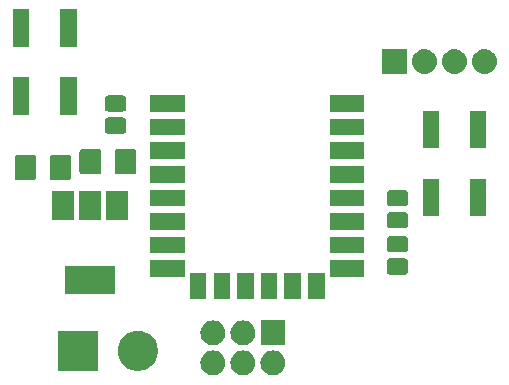
<source format=gts>
G04 #@! TF.GenerationSoftware,KiCad,Pcbnew,5.0.2-bee76a0~70~ubuntu18.04.1*
G04 #@! TF.CreationDate,2019-03-06T08:29:53+01:00*
G04 #@! TF.ProjectId,8FilPilotes,3846696c-5069-46c6-9f74-65732e6b6963,rev?*
G04 #@! TF.SameCoordinates,Original*
G04 #@! TF.FileFunction,Soldermask,Top*
G04 #@! TF.FilePolarity,Negative*
%FSLAX46Y46*%
G04 Gerber Fmt 4.6, Leading zero omitted, Abs format (unit mm)*
G04 Created by KiCad (PCBNEW 5.0.2-bee76a0~70~ubuntu18.04.1) date mer. 06 mars 2019 08:29:53 CET*
%MOMM*%
%LPD*%
G01*
G04 APERTURE LIST*
%ADD10C,0.100000*%
G04 APERTURE END LIST*
D10*
G36*
X163958707Y-107923596D02*
X164035836Y-107931193D01*
X164167787Y-107971220D01*
X164233763Y-107991233D01*
X164416172Y-108088733D01*
X164576054Y-108219946D01*
X164707267Y-108379828D01*
X164804767Y-108562237D01*
X164804767Y-108562238D01*
X164864807Y-108760164D01*
X164885080Y-108966000D01*
X164864807Y-109171836D01*
X164834885Y-109270477D01*
X164804767Y-109369763D01*
X164707267Y-109552172D01*
X164576054Y-109712054D01*
X164416172Y-109843267D01*
X164233763Y-109940767D01*
X164167787Y-109960780D01*
X164035836Y-110000807D01*
X163958707Y-110008404D01*
X163881580Y-110016000D01*
X163778420Y-110016000D01*
X163701293Y-110008404D01*
X163624164Y-110000807D01*
X163492213Y-109960780D01*
X163426237Y-109940767D01*
X163243828Y-109843267D01*
X163083946Y-109712054D01*
X162952733Y-109552172D01*
X162855233Y-109369763D01*
X162825115Y-109270477D01*
X162795193Y-109171836D01*
X162774920Y-108966000D01*
X162795193Y-108760164D01*
X162855233Y-108562238D01*
X162855233Y-108562237D01*
X162952733Y-108379828D01*
X163083946Y-108219946D01*
X163243828Y-108088733D01*
X163426237Y-107991233D01*
X163492213Y-107971220D01*
X163624164Y-107931193D01*
X163701293Y-107923596D01*
X163778420Y-107916000D01*
X163881580Y-107916000D01*
X163958707Y-107923596D01*
X163958707Y-107923596D01*
G37*
G36*
X161418707Y-107923596D02*
X161495836Y-107931193D01*
X161627787Y-107971220D01*
X161693763Y-107991233D01*
X161876172Y-108088733D01*
X162036054Y-108219946D01*
X162167267Y-108379828D01*
X162264767Y-108562237D01*
X162264767Y-108562238D01*
X162324807Y-108760164D01*
X162345080Y-108966000D01*
X162324807Y-109171836D01*
X162294885Y-109270477D01*
X162264767Y-109369763D01*
X162167267Y-109552172D01*
X162036054Y-109712054D01*
X161876172Y-109843267D01*
X161693763Y-109940767D01*
X161627787Y-109960780D01*
X161495836Y-110000807D01*
X161418707Y-110008404D01*
X161341580Y-110016000D01*
X161238420Y-110016000D01*
X161161293Y-110008404D01*
X161084164Y-110000807D01*
X160952213Y-109960780D01*
X160886237Y-109940767D01*
X160703828Y-109843267D01*
X160543946Y-109712054D01*
X160412733Y-109552172D01*
X160315233Y-109369763D01*
X160285115Y-109270477D01*
X160255193Y-109171836D01*
X160234920Y-108966000D01*
X160255193Y-108760164D01*
X160315233Y-108562238D01*
X160315233Y-108562237D01*
X160412733Y-108379828D01*
X160543946Y-108219946D01*
X160703828Y-108088733D01*
X160886237Y-107991233D01*
X160952213Y-107971220D01*
X161084164Y-107931193D01*
X161161293Y-107923596D01*
X161238420Y-107916000D01*
X161341580Y-107916000D01*
X161418707Y-107923596D01*
X161418707Y-107923596D01*
G37*
G36*
X158878707Y-107923596D02*
X158955836Y-107931193D01*
X159087787Y-107971220D01*
X159153763Y-107991233D01*
X159336172Y-108088733D01*
X159496054Y-108219946D01*
X159627267Y-108379828D01*
X159724767Y-108562237D01*
X159724767Y-108562238D01*
X159784807Y-108760164D01*
X159805080Y-108966000D01*
X159784807Y-109171836D01*
X159754885Y-109270477D01*
X159724767Y-109369763D01*
X159627267Y-109552172D01*
X159496054Y-109712054D01*
X159336172Y-109843267D01*
X159153763Y-109940767D01*
X159087787Y-109960780D01*
X158955836Y-110000807D01*
X158878707Y-110008404D01*
X158801580Y-110016000D01*
X158698420Y-110016000D01*
X158621293Y-110008404D01*
X158544164Y-110000807D01*
X158412213Y-109960780D01*
X158346237Y-109940767D01*
X158163828Y-109843267D01*
X158003946Y-109712054D01*
X157872733Y-109552172D01*
X157775233Y-109369763D01*
X157745115Y-109270477D01*
X157715193Y-109171836D01*
X157694920Y-108966000D01*
X157715193Y-108760164D01*
X157775233Y-108562238D01*
X157775233Y-108562237D01*
X157872733Y-108379828D01*
X158003946Y-108219946D01*
X158163828Y-108088733D01*
X158346237Y-107991233D01*
X158412213Y-107971220D01*
X158544164Y-107931193D01*
X158621293Y-107923596D01*
X158698420Y-107916000D01*
X158801580Y-107916000D01*
X158878707Y-107923596D01*
X158878707Y-107923596D01*
G37*
G36*
X152786393Y-106293553D02*
X152895872Y-106315330D01*
X153205252Y-106443479D01*
X153483687Y-106629523D01*
X153720477Y-106866313D01*
X153906521Y-107144748D01*
X154034670Y-107454128D01*
X154056447Y-107563607D01*
X154100000Y-107782563D01*
X154100000Y-108117437D01*
X154056447Y-108336393D01*
X154034670Y-108445872D01*
X153906521Y-108755252D01*
X153720477Y-109033687D01*
X153483687Y-109270477D01*
X153205252Y-109456521D01*
X152895872Y-109584670D01*
X152786393Y-109606447D01*
X152567437Y-109650000D01*
X152232563Y-109650000D01*
X152013607Y-109606447D01*
X151904128Y-109584670D01*
X151594748Y-109456521D01*
X151316313Y-109270477D01*
X151079523Y-109033687D01*
X150893479Y-108755252D01*
X150765330Y-108445872D01*
X150743553Y-108336393D01*
X150700000Y-108117437D01*
X150700000Y-107782563D01*
X150743553Y-107563607D01*
X150765330Y-107454128D01*
X150893479Y-107144748D01*
X151079523Y-106866313D01*
X151316313Y-106629523D01*
X151594748Y-106443479D01*
X151904128Y-106315330D01*
X152013607Y-106293553D01*
X152232563Y-106250000D01*
X152567437Y-106250000D01*
X152786393Y-106293553D01*
X152786393Y-106293553D01*
G37*
G36*
X149020000Y-109650000D02*
X145620000Y-109650000D01*
X145620000Y-106250000D01*
X149020000Y-106250000D01*
X149020000Y-109650000D01*
X149020000Y-109650000D01*
G37*
G36*
X161418707Y-105383596D02*
X161495836Y-105391193D01*
X161627787Y-105431220D01*
X161693763Y-105451233D01*
X161876172Y-105548733D01*
X162036054Y-105679946D01*
X162167267Y-105839828D01*
X162264767Y-106022237D01*
X162264767Y-106022238D01*
X162324807Y-106220164D01*
X162345080Y-106426000D01*
X162324807Y-106631836D01*
X162284780Y-106763787D01*
X162264767Y-106829763D01*
X162167267Y-107012172D01*
X162036054Y-107172054D01*
X161876172Y-107303267D01*
X161693763Y-107400767D01*
X161627787Y-107420780D01*
X161495836Y-107460807D01*
X161418707Y-107468403D01*
X161341580Y-107476000D01*
X161238420Y-107476000D01*
X161161293Y-107468403D01*
X161084164Y-107460807D01*
X160952213Y-107420780D01*
X160886237Y-107400767D01*
X160703828Y-107303267D01*
X160543946Y-107172054D01*
X160412733Y-107012172D01*
X160315233Y-106829763D01*
X160295220Y-106763787D01*
X160255193Y-106631836D01*
X160234920Y-106426000D01*
X160255193Y-106220164D01*
X160315233Y-106022238D01*
X160315233Y-106022237D01*
X160412733Y-105839828D01*
X160543946Y-105679946D01*
X160703828Y-105548733D01*
X160886237Y-105451233D01*
X160952213Y-105431220D01*
X161084164Y-105391193D01*
X161161293Y-105383596D01*
X161238420Y-105376000D01*
X161341580Y-105376000D01*
X161418707Y-105383596D01*
X161418707Y-105383596D01*
G37*
G36*
X164880000Y-107476000D02*
X162780000Y-107476000D01*
X162780000Y-105376000D01*
X164880000Y-105376000D01*
X164880000Y-107476000D01*
X164880000Y-107476000D01*
G37*
G36*
X158878707Y-105383596D02*
X158955836Y-105391193D01*
X159087787Y-105431220D01*
X159153763Y-105451233D01*
X159336172Y-105548733D01*
X159496054Y-105679946D01*
X159627267Y-105839828D01*
X159724767Y-106022237D01*
X159724767Y-106022238D01*
X159784807Y-106220164D01*
X159805080Y-106426000D01*
X159784807Y-106631836D01*
X159744780Y-106763787D01*
X159724767Y-106829763D01*
X159627267Y-107012172D01*
X159496054Y-107172054D01*
X159336172Y-107303267D01*
X159153763Y-107400767D01*
X159087787Y-107420780D01*
X158955836Y-107460807D01*
X158878707Y-107468403D01*
X158801580Y-107476000D01*
X158698420Y-107476000D01*
X158621293Y-107468403D01*
X158544164Y-107460807D01*
X158412213Y-107420780D01*
X158346237Y-107400767D01*
X158163828Y-107303267D01*
X158003946Y-107172054D01*
X157872733Y-107012172D01*
X157775233Y-106829763D01*
X157755220Y-106763787D01*
X157715193Y-106631836D01*
X157694920Y-106426000D01*
X157715193Y-106220164D01*
X157775233Y-106022238D01*
X157775233Y-106022237D01*
X157872733Y-105839828D01*
X158003946Y-105679946D01*
X158163828Y-105548733D01*
X158346237Y-105451233D01*
X158412213Y-105431220D01*
X158544164Y-105391193D01*
X158621293Y-105383596D01*
X158698420Y-105376000D01*
X158801580Y-105376000D01*
X158878707Y-105383596D01*
X158878707Y-105383596D01*
G37*
G36*
X158200000Y-103600000D02*
X156800000Y-103600000D01*
X156800000Y-101400000D01*
X158200000Y-101400000D01*
X158200000Y-103600000D01*
X158200000Y-103600000D01*
G37*
G36*
X168200000Y-103600000D02*
X166800000Y-103600000D01*
X166800000Y-101400000D01*
X168200000Y-101400000D01*
X168200000Y-103600000D01*
X168200000Y-103600000D01*
G37*
G36*
X166200000Y-103600000D02*
X164800000Y-103600000D01*
X164800000Y-101400000D01*
X166200000Y-101400000D01*
X166200000Y-103600000D01*
X166200000Y-103600000D01*
G37*
G36*
X164200000Y-103600000D02*
X162800000Y-103600000D01*
X162800000Y-101400000D01*
X164200000Y-101400000D01*
X164200000Y-103600000D01*
X164200000Y-103600000D01*
G37*
G36*
X162200000Y-103600000D02*
X160800000Y-103600000D01*
X160800000Y-101400000D01*
X162200000Y-101400000D01*
X162200000Y-103600000D01*
X162200000Y-103600000D01*
G37*
G36*
X160200000Y-103600000D02*
X158800000Y-103600000D01*
X158800000Y-101400000D01*
X160200000Y-101400000D01*
X160200000Y-103600000D01*
X160200000Y-103600000D01*
G37*
G36*
X150439739Y-103137726D02*
X146239739Y-103137726D01*
X146239739Y-100737726D01*
X150439739Y-100737726D01*
X150439739Y-103137726D01*
X150439739Y-103137726D01*
G37*
G36*
X156350000Y-101700000D02*
X153450000Y-101700000D01*
X153450000Y-100300000D01*
X156350000Y-100300000D01*
X156350000Y-101700000D01*
X156350000Y-101700000D01*
G37*
G36*
X171550000Y-101700000D02*
X168650000Y-101700000D01*
X168650000Y-100300000D01*
X171550000Y-100300000D01*
X171550000Y-101700000D01*
X171550000Y-101700000D01*
G37*
G36*
X175044497Y-100126497D02*
X175097153Y-100142470D01*
X175145665Y-100168400D01*
X175188196Y-100203304D01*
X175223100Y-100245835D01*
X175249030Y-100294347D01*
X175265003Y-100347003D01*
X175271000Y-100407890D01*
X175271000Y-101208110D01*
X175265003Y-101268997D01*
X175249030Y-101321653D01*
X175223100Y-101370165D01*
X175188196Y-101412696D01*
X175145665Y-101447600D01*
X175097153Y-101473530D01*
X175044497Y-101489503D01*
X174983610Y-101495500D01*
X173758390Y-101495500D01*
X173697503Y-101489503D01*
X173644847Y-101473530D01*
X173596335Y-101447600D01*
X173553804Y-101412696D01*
X173518900Y-101370165D01*
X173492970Y-101321653D01*
X173476997Y-101268997D01*
X173471000Y-101208110D01*
X173471000Y-100407890D01*
X173476997Y-100347003D01*
X173492970Y-100294347D01*
X173518900Y-100245835D01*
X173553804Y-100203304D01*
X173596335Y-100168400D01*
X173644847Y-100142470D01*
X173697503Y-100126497D01*
X173758390Y-100120500D01*
X174983610Y-100120500D01*
X175044497Y-100126497D01*
X175044497Y-100126497D01*
G37*
G36*
X156350000Y-99700000D02*
X153450000Y-99700000D01*
X153450000Y-98300000D01*
X156350000Y-98300000D01*
X156350000Y-99700000D01*
X156350000Y-99700000D01*
G37*
G36*
X171550000Y-99700000D02*
X168650000Y-99700000D01*
X168650000Y-98300000D01*
X171550000Y-98300000D01*
X171550000Y-99700000D01*
X171550000Y-99700000D01*
G37*
G36*
X175044497Y-98251497D02*
X175097153Y-98267470D01*
X175145665Y-98293400D01*
X175188196Y-98328304D01*
X175223100Y-98370835D01*
X175249030Y-98419347D01*
X175265003Y-98472003D01*
X175271000Y-98532890D01*
X175271000Y-99333110D01*
X175265003Y-99393997D01*
X175249030Y-99446653D01*
X175223100Y-99495165D01*
X175188196Y-99537696D01*
X175145665Y-99572600D01*
X175097153Y-99598530D01*
X175044497Y-99614503D01*
X174983610Y-99620500D01*
X173758390Y-99620500D01*
X173697503Y-99614503D01*
X173644847Y-99598530D01*
X173596335Y-99572600D01*
X173553804Y-99537696D01*
X173518900Y-99495165D01*
X173492970Y-99446653D01*
X173476997Y-99393997D01*
X173471000Y-99333110D01*
X173471000Y-98532890D01*
X173476997Y-98472003D01*
X173492970Y-98419347D01*
X173518900Y-98370835D01*
X173553804Y-98328304D01*
X173596335Y-98293400D01*
X173644847Y-98267470D01*
X173697503Y-98251497D01*
X173758390Y-98245500D01*
X174983610Y-98245500D01*
X175044497Y-98251497D01*
X175044497Y-98251497D01*
G37*
G36*
X156350000Y-97700000D02*
X153450000Y-97700000D01*
X153450000Y-96300000D01*
X156350000Y-96300000D01*
X156350000Y-97700000D01*
X156350000Y-97700000D01*
G37*
G36*
X171550000Y-97700000D02*
X168650000Y-97700000D01*
X168650000Y-96300000D01*
X171550000Y-96300000D01*
X171550000Y-97700000D01*
X171550000Y-97700000D01*
G37*
G36*
X175044497Y-96219497D02*
X175097153Y-96235470D01*
X175145665Y-96261400D01*
X175188196Y-96296304D01*
X175223100Y-96338835D01*
X175249030Y-96387347D01*
X175265003Y-96440003D01*
X175271000Y-96500890D01*
X175271000Y-97301110D01*
X175265003Y-97361997D01*
X175249030Y-97414653D01*
X175223100Y-97463165D01*
X175188196Y-97505696D01*
X175145665Y-97540600D01*
X175097153Y-97566530D01*
X175044497Y-97582503D01*
X174983610Y-97588500D01*
X173758390Y-97588500D01*
X173697503Y-97582503D01*
X173644847Y-97566530D01*
X173596335Y-97540600D01*
X173553804Y-97505696D01*
X173518900Y-97463165D01*
X173492970Y-97414653D01*
X173476997Y-97361997D01*
X173471000Y-97301110D01*
X173471000Y-96500890D01*
X173476997Y-96440003D01*
X173492970Y-96387347D01*
X173518900Y-96338835D01*
X173553804Y-96296304D01*
X173596335Y-96261400D01*
X173644847Y-96235470D01*
X173697503Y-96219497D01*
X173758390Y-96213500D01*
X174983610Y-96213500D01*
X175044497Y-96219497D01*
X175044497Y-96219497D01*
G37*
G36*
X151589739Y-96837726D02*
X149689739Y-96837726D01*
X149689739Y-94437726D01*
X151589739Y-94437726D01*
X151589739Y-96837726D01*
X151589739Y-96837726D01*
G37*
G36*
X149289739Y-96837726D02*
X147389739Y-96837726D01*
X147389739Y-94437726D01*
X149289739Y-94437726D01*
X149289739Y-96837726D01*
X149289739Y-96837726D01*
G37*
G36*
X146989739Y-96837726D02*
X145089739Y-96837726D01*
X145089739Y-94437726D01*
X146989739Y-94437726D01*
X146989739Y-96837726D01*
X146989739Y-96837726D01*
G37*
G36*
X181897000Y-96530000D02*
X180497000Y-96530000D01*
X180497000Y-93380000D01*
X181897000Y-93380000D01*
X181897000Y-96530000D01*
X181897000Y-96530000D01*
G37*
G36*
X177897000Y-96530000D02*
X176497000Y-96530000D01*
X176497000Y-93380000D01*
X177897000Y-93380000D01*
X177897000Y-96530000D01*
X177897000Y-96530000D01*
G37*
G36*
X175044497Y-94344497D02*
X175097153Y-94360470D01*
X175145665Y-94386400D01*
X175188196Y-94421304D01*
X175223100Y-94463835D01*
X175249030Y-94512347D01*
X175265003Y-94565003D01*
X175271000Y-94625890D01*
X175271000Y-95426110D01*
X175265003Y-95486997D01*
X175249030Y-95539653D01*
X175223100Y-95588165D01*
X175188196Y-95630696D01*
X175145665Y-95665600D01*
X175097153Y-95691530D01*
X175044497Y-95707503D01*
X174983610Y-95713500D01*
X173758390Y-95713500D01*
X173697503Y-95707503D01*
X173644847Y-95691530D01*
X173596335Y-95665600D01*
X173553804Y-95630696D01*
X173518900Y-95588165D01*
X173492970Y-95539653D01*
X173476997Y-95486997D01*
X173471000Y-95426110D01*
X173471000Y-94625890D01*
X173476997Y-94565003D01*
X173492970Y-94512347D01*
X173518900Y-94463835D01*
X173553804Y-94421304D01*
X173596335Y-94386400D01*
X173644847Y-94360470D01*
X173697503Y-94344497D01*
X173758390Y-94338500D01*
X174983610Y-94338500D01*
X175044497Y-94344497D01*
X175044497Y-94344497D01*
G37*
G36*
X171550000Y-95700000D02*
X168650000Y-95700000D01*
X168650000Y-94300000D01*
X171550000Y-94300000D01*
X171550000Y-95700000D01*
X171550000Y-95700000D01*
G37*
G36*
X156350000Y-95700000D02*
X153450000Y-95700000D01*
X153450000Y-94300000D01*
X156350000Y-94300000D01*
X156350000Y-95700000D01*
X156350000Y-95700000D01*
G37*
G36*
X156350000Y-93700000D02*
X153450000Y-93700000D01*
X153450000Y-92300000D01*
X156350000Y-92300000D01*
X156350000Y-93700000D01*
X156350000Y-93700000D01*
G37*
G36*
X171550000Y-93700000D02*
X168650000Y-93700000D01*
X168650000Y-92300000D01*
X171550000Y-92300000D01*
X171550000Y-93700000D01*
X171550000Y-93700000D01*
G37*
G36*
X146559721Y-91367912D02*
X146604443Y-91381479D01*
X146645672Y-91403516D01*
X146681800Y-91433165D01*
X146711449Y-91469293D01*
X146733486Y-91510522D01*
X146747053Y-91555244D01*
X146752239Y-91607901D01*
X146752239Y-93267551D01*
X146747053Y-93320208D01*
X146733486Y-93364930D01*
X146711449Y-93406159D01*
X146681800Y-93442287D01*
X146645672Y-93471936D01*
X146604443Y-93493973D01*
X146559721Y-93507540D01*
X146507064Y-93512726D01*
X145172414Y-93512726D01*
X145119757Y-93507540D01*
X145075035Y-93493973D01*
X145033806Y-93471936D01*
X144997678Y-93442287D01*
X144968029Y-93406159D01*
X144945992Y-93364930D01*
X144932425Y-93320208D01*
X144927239Y-93267551D01*
X144927239Y-91607901D01*
X144932425Y-91555244D01*
X144945992Y-91510522D01*
X144968029Y-91469293D01*
X144997678Y-91433165D01*
X145033806Y-91403516D01*
X145075035Y-91381479D01*
X145119757Y-91367912D01*
X145172414Y-91362726D01*
X146507064Y-91362726D01*
X146559721Y-91367912D01*
X146559721Y-91367912D01*
G37*
G36*
X143584721Y-91367912D02*
X143629443Y-91381479D01*
X143670672Y-91403516D01*
X143706800Y-91433165D01*
X143736449Y-91469293D01*
X143758486Y-91510522D01*
X143772053Y-91555244D01*
X143777239Y-91607901D01*
X143777239Y-93267551D01*
X143772053Y-93320208D01*
X143758486Y-93364930D01*
X143736449Y-93406159D01*
X143706800Y-93442287D01*
X143670672Y-93471936D01*
X143629443Y-93493973D01*
X143584721Y-93507540D01*
X143532064Y-93512726D01*
X142197414Y-93512726D01*
X142144757Y-93507540D01*
X142100035Y-93493973D01*
X142058806Y-93471936D01*
X142022678Y-93442287D01*
X141993029Y-93406159D01*
X141970992Y-93364930D01*
X141957425Y-93320208D01*
X141952239Y-93267551D01*
X141952239Y-91607901D01*
X141957425Y-91555244D01*
X141970992Y-91510522D01*
X141993029Y-91469293D01*
X142022678Y-91433165D01*
X142058806Y-91403516D01*
X142100035Y-91381479D01*
X142144757Y-91367912D01*
X142197414Y-91362726D01*
X143532064Y-91362726D01*
X143584721Y-91367912D01*
X143584721Y-91367912D01*
G37*
G36*
X152059721Y-90867912D02*
X152104443Y-90881479D01*
X152145672Y-90903516D01*
X152181800Y-90933165D01*
X152211449Y-90969293D01*
X152233486Y-91010522D01*
X152247053Y-91055244D01*
X152252239Y-91107901D01*
X152252239Y-92767551D01*
X152247053Y-92820208D01*
X152233486Y-92864930D01*
X152211449Y-92906159D01*
X152181800Y-92942287D01*
X152145672Y-92971936D01*
X152104443Y-92993973D01*
X152059721Y-93007540D01*
X152007064Y-93012726D01*
X150672414Y-93012726D01*
X150619757Y-93007540D01*
X150575035Y-92993973D01*
X150533806Y-92971936D01*
X150497678Y-92942287D01*
X150468029Y-92906159D01*
X150445992Y-92864930D01*
X150432425Y-92820208D01*
X150427239Y-92767551D01*
X150427239Y-91107901D01*
X150432425Y-91055244D01*
X150445992Y-91010522D01*
X150468029Y-90969293D01*
X150497678Y-90933165D01*
X150533806Y-90903516D01*
X150575035Y-90881479D01*
X150619757Y-90867912D01*
X150672414Y-90862726D01*
X152007064Y-90862726D01*
X152059721Y-90867912D01*
X152059721Y-90867912D01*
G37*
G36*
X149084721Y-90867912D02*
X149129443Y-90881479D01*
X149170672Y-90903516D01*
X149206800Y-90933165D01*
X149236449Y-90969293D01*
X149258486Y-91010522D01*
X149272053Y-91055244D01*
X149277239Y-91107901D01*
X149277239Y-92767551D01*
X149272053Y-92820208D01*
X149258486Y-92864930D01*
X149236449Y-92906159D01*
X149206800Y-92942287D01*
X149170672Y-92971936D01*
X149129443Y-92993973D01*
X149084721Y-93007540D01*
X149032064Y-93012726D01*
X147697414Y-93012726D01*
X147644757Y-93007540D01*
X147600035Y-92993973D01*
X147558806Y-92971936D01*
X147522678Y-92942287D01*
X147493029Y-92906159D01*
X147470992Y-92864930D01*
X147457425Y-92820208D01*
X147452239Y-92767551D01*
X147452239Y-91107901D01*
X147457425Y-91055244D01*
X147470992Y-91010522D01*
X147493029Y-90969293D01*
X147522678Y-90933165D01*
X147558806Y-90903516D01*
X147600035Y-90881479D01*
X147644757Y-90867912D01*
X147697414Y-90862726D01*
X149032064Y-90862726D01*
X149084721Y-90867912D01*
X149084721Y-90867912D01*
G37*
G36*
X171550000Y-91700000D02*
X168650000Y-91700000D01*
X168650000Y-90300000D01*
X171550000Y-90300000D01*
X171550000Y-91700000D01*
X171550000Y-91700000D01*
G37*
G36*
X156350000Y-91700000D02*
X153450000Y-91700000D01*
X153450000Y-90300000D01*
X156350000Y-90300000D01*
X156350000Y-91700000D01*
X156350000Y-91700000D01*
G37*
G36*
X177897000Y-90770000D02*
X176497000Y-90770000D01*
X176497000Y-87620000D01*
X177897000Y-87620000D01*
X177897000Y-90770000D01*
X177897000Y-90770000D01*
G37*
G36*
X181897000Y-90770000D02*
X180497000Y-90770000D01*
X180497000Y-87620000D01*
X181897000Y-87620000D01*
X181897000Y-90770000D01*
X181897000Y-90770000D01*
G37*
G36*
X171550000Y-89700000D02*
X168650000Y-89700000D01*
X168650000Y-88300000D01*
X171550000Y-88300000D01*
X171550000Y-89700000D01*
X171550000Y-89700000D01*
G37*
G36*
X156350000Y-89700000D02*
X153450000Y-89700000D01*
X153450000Y-88300000D01*
X156350000Y-88300000D01*
X156350000Y-89700000D01*
X156350000Y-89700000D01*
G37*
G36*
X151173497Y-88193497D02*
X151226153Y-88209470D01*
X151274665Y-88235400D01*
X151317196Y-88270304D01*
X151352100Y-88312835D01*
X151378030Y-88361347D01*
X151394003Y-88414003D01*
X151400000Y-88474890D01*
X151400000Y-89275110D01*
X151394003Y-89335997D01*
X151378030Y-89388653D01*
X151352100Y-89437165D01*
X151317196Y-89479696D01*
X151274665Y-89514600D01*
X151226153Y-89540530D01*
X151173497Y-89556503D01*
X151112610Y-89562500D01*
X149887390Y-89562500D01*
X149826503Y-89556503D01*
X149773847Y-89540530D01*
X149725335Y-89514600D01*
X149682804Y-89479696D01*
X149647900Y-89437165D01*
X149621970Y-89388653D01*
X149605997Y-89335997D01*
X149600000Y-89275110D01*
X149600000Y-88474890D01*
X149605997Y-88414003D01*
X149621970Y-88361347D01*
X149647900Y-88312835D01*
X149682804Y-88270304D01*
X149725335Y-88235400D01*
X149773847Y-88209470D01*
X149826503Y-88193497D01*
X149887390Y-88187500D01*
X151112610Y-88187500D01*
X151173497Y-88193497D01*
X151173497Y-88193497D01*
G37*
G36*
X147200000Y-87955000D02*
X145800000Y-87955000D01*
X145800000Y-84805000D01*
X147200000Y-84805000D01*
X147200000Y-87955000D01*
X147200000Y-87955000D01*
G37*
G36*
X143200000Y-87955000D02*
X141800000Y-87955000D01*
X141800000Y-84805000D01*
X143200000Y-84805000D01*
X143200000Y-87955000D01*
X143200000Y-87955000D01*
G37*
G36*
X171550000Y-87700000D02*
X168650000Y-87700000D01*
X168650000Y-86300000D01*
X171550000Y-86300000D01*
X171550000Y-87700000D01*
X171550000Y-87700000D01*
G37*
G36*
X156350000Y-87700000D02*
X153450000Y-87700000D01*
X153450000Y-86300000D01*
X156350000Y-86300000D01*
X156350000Y-87700000D01*
X156350000Y-87700000D01*
G37*
G36*
X151173497Y-86318497D02*
X151226153Y-86334470D01*
X151274665Y-86360400D01*
X151317196Y-86395304D01*
X151352100Y-86437835D01*
X151378030Y-86486347D01*
X151394003Y-86539003D01*
X151400000Y-86599890D01*
X151400000Y-87400110D01*
X151394003Y-87460997D01*
X151378030Y-87513653D01*
X151352100Y-87562165D01*
X151317196Y-87604696D01*
X151274665Y-87639600D01*
X151226153Y-87665530D01*
X151173497Y-87681503D01*
X151112610Y-87687500D01*
X149887390Y-87687500D01*
X149826503Y-87681503D01*
X149773847Y-87665530D01*
X149725335Y-87639600D01*
X149682804Y-87604696D01*
X149647900Y-87562165D01*
X149621970Y-87513653D01*
X149605997Y-87460997D01*
X149600000Y-87400110D01*
X149600000Y-86599890D01*
X149605997Y-86539003D01*
X149621970Y-86486347D01*
X149647900Y-86437835D01*
X149682804Y-86395304D01*
X149725335Y-86360400D01*
X149773847Y-86334470D01*
X149826503Y-86318497D01*
X149887390Y-86312500D01*
X151112610Y-86312500D01*
X151173497Y-86318497D01*
X151173497Y-86318497D01*
G37*
G36*
X181865707Y-82396596D02*
X181942836Y-82404193D01*
X182074787Y-82444220D01*
X182140763Y-82464233D01*
X182323172Y-82561733D01*
X182483054Y-82692946D01*
X182614267Y-82852828D01*
X182711767Y-83035237D01*
X182711767Y-83035238D01*
X182771807Y-83233164D01*
X182792080Y-83439000D01*
X182771807Y-83644836D01*
X182731780Y-83776787D01*
X182711767Y-83842763D01*
X182614267Y-84025172D01*
X182483054Y-84185054D01*
X182323172Y-84316267D01*
X182140763Y-84413767D01*
X182074787Y-84433780D01*
X181942836Y-84473807D01*
X181865707Y-84481403D01*
X181788580Y-84489000D01*
X181685420Y-84489000D01*
X181608293Y-84481403D01*
X181531164Y-84473807D01*
X181399213Y-84433780D01*
X181333237Y-84413767D01*
X181150828Y-84316267D01*
X180990946Y-84185054D01*
X180859733Y-84025172D01*
X180762233Y-83842763D01*
X180742220Y-83776787D01*
X180702193Y-83644836D01*
X180681920Y-83439000D01*
X180702193Y-83233164D01*
X180762233Y-83035238D01*
X180762233Y-83035237D01*
X180859733Y-82852828D01*
X180990946Y-82692946D01*
X181150828Y-82561733D01*
X181333237Y-82464233D01*
X181399213Y-82444220D01*
X181531164Y-82404193D01*
X181608293Y-82396596D01*
X181685420Y-82389000D01*
X181788580Y-82389000D01*
X181865707Y-82396596D01*
X181865707Y-82396596D01*
G37*
G36*
X179325707Y-82396596D02*
X179402836Y-82404193D01*
X179534787Y-82444220D01*
X179600763Y-82464233D01*
X179783172Y-82561733D01*
X179943054Y-82692946D01*
X180074267Y-82852828D01*
X180171767Y-83035237D01*
X180171767Y-83035238D01*
X180231807Y-83233164D01*
X180252080Y-83439000D01*
X180231807Y-83644836D01*
X180191780Y-83776787D01*
X180171767Y-83842763D01*
X180074267Y-84025172D01*
X179943054Y-84185054D01*
X179783172Y-84316267D01*
X179600763Y-84413767D01*
X179534787Y-84433780D01*
X179402836Y-84473807D01*
X179325707Y-84481403D01*
X179248580Y-84489000D01*
X179145420Y-84489000D01*
X179068293Y-84481403D01*
X178991164Y-84473807D01*
X178859213Y-84433780D01*
X178793237Y-84413767D01*
X178610828Y-84316267D01*
X178450946Y-84185054D01*
X178319733Y-84025172D01*
X178222233Y-83842763D01*
X178202220Y-83776787D01*
X178162193Y-83644836D01*
X178141920Y-83439000D01*
X178162193Y-83233164D01*
X178222233Y-83035238D01*
X178222233Y-83035237D01*
X178319733Y-82852828D01*
X178450946Y-82692946D01*
X178610828Y-82561733D01*
X178793237Y-82464233D01*
X178859213Y-82444220D01*
X178991164Y-82404193D01*
X179068293Y-82396596D01*
X179145420Y-82389000D01*
X179248580Y-82389000D01*
X179325707Y-82396596D01*
X179325707Y-82396596D01*
G37*
G36*
X176785707Y-82396596D02*
X176862836Y-82404193D01*
X176994787Y-82444220D01*
X177060763Y-82464233D01*
X177243172Y-82561733D01*
X177403054Y-82692946D01*
X177534267Y-82852828D01*
X177631767Y-83035237D01*
X177631767Y-83035238D01*
X177691807Y-83233164D01*
X177712080Y-83439000D01*
X177691807Y-83644836D01*
X177651780Y-83776787D01*
X177631767Y-83842763D01*
X177534267Y-84025172D01*
X177403054Y-84185054D01*
X177243172Y-84316267D01*
X177060763Y-84413767D01*
X176994787Y-84433780D01*
X176862836Y-84473807D01*
X176785707Y-84481403D01*
X176708580Y-84489000D01*
X176605420Y-84489000D01*
X176528293Y-84481403D01*
X176451164Y-84473807D01*
X176319213Y-84433780D01*
X176253237Y-84413767D01*
X176070828Y-84316267D01*
X175910946Y-84185054D01*
X175779733Y-84025172D01*
X175682233Y-83842763D01*
X175662220Y-83776787D01*
X175622193Y-83644836D01*
X175601920Y-83439000D01*
X175622193Y-83233164D01*
X175682233Y-83035238D01*
X175682233Y-83035237D01*
X175779733Y-82852828D01*
X175910946Y-82692946D01*
X176070828Y-82561733D01*
X176253237Y-82464233D01*
X176319213Y-82444220D01*
X176451164Y-82404193D01*
X176528293Y-82396596D01*
X176605420Y-82389000D01*
X176708580Y-82389000D01*
X176785707Y-82396596D01*
X176785707Y-82396596D01*
G37*
G36*
X175167000Y-84489000D02*
X173067000Y-84489000D01*
X173067000Y-82389000D01*
X175167000Y-82389000D01*
X175167000Y-84489000D01*
X175167000Y-84489000D01*
G37*
G36*
X143200000Y-82195000D02*
X141800000Y-82195000D01*
X141800000Y-79045000D01*
X143200000Y-79045000D01*
X143200000Y-82195000D01*
X143200000Y-82195000D01*
G37*
G36*
X147200000Y-82195000D02*
X145800000Y-82195000D01*
X145800000Y-79045000D01*
X147200000Y-79045000D01*
X147200000Y-82195000D01*
X147200000Y-82195000D01*
G37*
M02*

</source>
